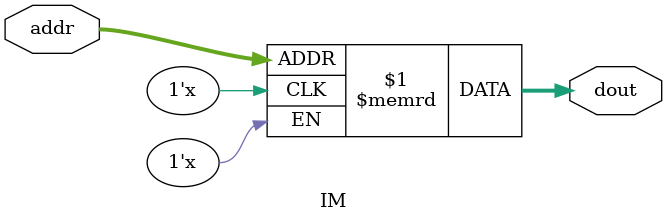
<source format=v>
module IM(addr, dout);
  
  input [8:2] addr;
  output [31:0] dout;

  reg [31:0] ROM[127:0];

  assign dout = ROM[addr];
  
endmodule

</source>
